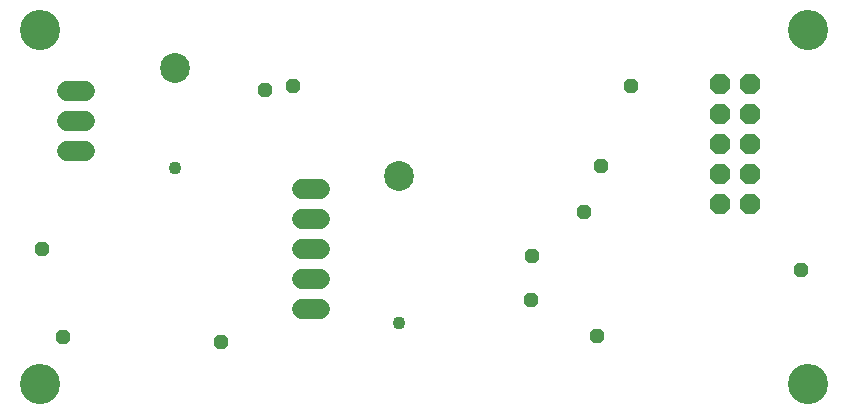
<source format=gbr>
G04 EAGLE Gerber RS-274X export*
G75*
%MOMM*%
%FSLAX34Y34*%
%LPD*%
%INSoldermask Bottom*%
%IPPOS*%
%AMOC8*
5,1,8,0,0,1.08239X$1,22.5*%
G01*
%ADD10C,3.403200*%
%ADD11P,1.869504X8X112.500000*%
%ADD12C,1.727200*%
%ADD13C,2.529200*%
%ADD14C,1.103200*%
%ADD15P,1.309259X8X22.500000*%


D10*
X25000Y325000D03*
X25000Y25000D03*
X675000Y25000D03*
X675000Y325000D03*
D11*
X625850Y177800D03*
X600450Y177800D03*
X625850Y203200D03*
X600450Y203200D03*
X625850Y228600D03*
X600450Y228600D03*
X625850Y254000D03*
X600450Y254000D03*
X625850Y279400D03*
X600450Y279400D03*
D12*
X261620Y190500D02*
X246380Y190500D01*
X246380Y165100D02*
X261620Y165100D01*
X261620Y139700D02*
X246380Y139700D01*
X246380Y114300D02*
X261620Y114300D01*
X261620Y88900D02*
X246380Y88900D01*
X63170Y273050D02*
X47930Y273050D01*
X47930Y247650D02*
X63170Y247650D01*
X63170Y222250D02*
X47930Y222250D01*
D13*
X139390Y292370D03*
D14*
X139390Y207870D03*
D13*
X328850Y201250D03*
D14*
X328850Y76750D03*
D15*
X177800Y60350D03*
X440650Y95900D03*
X441650Y133300D03*
X485750Y170800D03*
X525050Y277700D03*
X239150Y277050D03*
X44450Y64520D03*
X26750Y139550D03*
X500000Y209200D03*
X496550Y65850D03*
X668950Y121300D03*
X215380Y274050D03*
M02*

</source>
